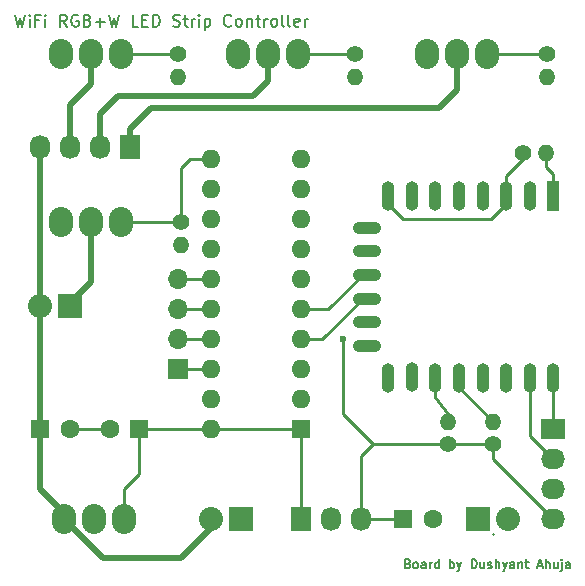
<source format=gbr>
G04 #@! TF.FileFunction,Copper,L1,Top,Signal*
%FSLAX46Y46*%
G04 Gerber Fmt 4.6, Leading zero omitted, Abs format (unit mm)*
G04 Created by KiCad (PCBNEW 4.0.5) date 02/10/17 18:57:08*
%MOMM*%
%LPD*%
G01*
G04 APERTURE LIST*
%ADD10C,0.100000*%
%ADD11C,0.150000*%
%ADD12C,0.200000*%
%ADD13R,1.600000X1.600000*%
%ADD14C,1.600000*%
%ADD15R,1.100000X2.500000*%
%ADD16O,1.100000X2.500000*%
%ADD17O,2.400000X1.100000*%
%ADD18O,2.032000X2.540000*%
%ADD19R,1.700000X1.700000*%
%ADD20O,1.700000X1.700000*%
%ADD21C,1.400000*%
%ADD22O,1.400000X1.400000*%
%ADD23R,2.032000X1.727200*%
%ADD24O,2.032000X1.727200*%
%ADD25R,1.727200X2.032000*%
%ADD26O,1.727200X2.032000*%
%ADD27R,2.032000X2.032000*%
%ADD28O,2.032000X2.032000*%
%ADD29O,1.600000X1.600000*%
%ADD30C,0.600000*%
%ADD31C,0.250000*%
%ADD32C,0.500000*%
G04 APERTURE END LIST*
D10*
D11*
X110869858Y-112976429D02*
X110977001Y-113012143D01*
X111012716Y-113047857D01*
X111048430Y-113119286D01*
X111048430Y-113226429D01*
X111012716Y-113297857D01*
X110977001Y-113333571D01*
X110905573Y-113369286D01*
X110619858Y-113369286D01*
X110619858Y-112619286D01*
X110869858Y-112619286D01*
X110941287Y-112655000D01*
X110977001Y-112690714D01*
X111012716Y-112762143D01*
X111012716Y-112833571D01*
X110977001Y-112905000D01*
X110941287Y-112940714D01*
X110869858Y-112976429D01*
X110619858Y-112976429D01*
X111477001Y-113369286D02*
X111405573Y-113333571D01*
X111369858Y-113297857D01*
X111334144Y-113226429D01*
X111334144Y-113012143D01*
X111369858Y-112940714D01*
X111405573Y-112905000D01*
X111477001Y-112869286D01*
X111584144Y-112869286D01*
X111655573Y-112905000D01*
X111691287Y-112940714D01*
X111727001Y-113012143D01*
X111727001Y-113226429D01*
X111691287Y-113297857D01*
X111655573Y-113333571D01*
X111584144Y-113369286D01*
X111477001Y-113369286D01*
X112369858Y-113369286D02*
X112369858Y-112976429D01*
X112334144Y-112905000D01*
X112262715Y-112869286D01*
X112119858Y-112869286D01*
X112048429Y-112905000D01*
X112369858Y-113333571D02*
X112298429Y-113369286D01*
X112119858Y-113369286D01*
X112048429Y-113333571D01*
X112012715Y-113262143D01*
X112012715Y-113190714D01*
X112048429Y-113119286D01*
X112119858Y-113083571D01*
X112298429Y-113083571D01*
X112369858Y-113047857D01*
X112727000Y-113369286D02*
X112727000Y-112869286D01*
X112727000Y-113012143D02*
X112762715Y-112940714D01*
X112798429Y-112905000D01*
X112869858Y-112869286D01*
X112941286Y-112869286D01*
X113512715Y-113369286D02*
X113512715Y-112619286D01*
X113512715Y-113333571D02*
X113441286Y-113369286D01*
X113298429Y-113369286D01*
X113227001Y-113333571D01*
X113191286Y-113297857D01*
X113155572Y-113226429D01*
X113155572Y-113012143D01*
X113191286Y-112940714D01*
X113227001Y-112905000D01*
X113298429Y-112869286D01*
X113441286Y-112869286D01*
X113512715Y-112905000D01*
X114441286Y-113369286D02*
X114441286Y-112619286D01*
X114441286Y-112905000D02*
X114512715Y-112869286D01*
X114655572Y-112869286D01*
X114727001Y-112905000D01*
X114762715Y-112940714D01*
X114798429Y-113012143D01*
X114798429Y-113226429D01*
X114762715Y-113297857D01*
X114727001Y-113333571D01*
X114655572Y-113369286D01*
X114512715Y-113369286D01*
X114441286Y-113333571D01*
X115048429Y-112869286D02*
X115227000Y-113369286D01*
X115405572Y-112869286D02*
X115227000Y-113369286D01*
X115155572Y-113547857D01*
X115119857Y-113583571D01*
X115048429Y-113619286D01*
X116262715Y-113369286D02*
X116262715Y-112619286D01*
X116441287Y-112619286D01*
X116548430Y-112655000D01*
X116619858Y-112726429D01*
X116655573Y-112797857D01*
X116691287Y-112940714D01*
X116691287Y-113047857D01*
X116655573Y-113190714D01*
X116619858Y-113262143D01*
X116548430Y-113333571D01*
X116441287Y-113369286D01*
X116262715Y-113369286D01*
X117334144Y-112869286D02*
X117334144Y-113369286D01*
X117012715Y-112869286D02*
X117012715Y-113262143D01*
X117048430Y-113333571D01*
X117119858Y-113369286D01*
X117227001Y-113369286D01*
X117298430Y-113333571D01*
X117334144Y-113297857D01*
X117655572Y-113333571D02*
X117727001Y-113369286D01*
X117869858Y-113369286D01*
X117941286Y-113333571D01*
X117977001Y-113262143D01*
X117977001Y-113226429D01*
X117941286Y-113155000D01*
X117869858Y-113119286D01*
X117762715Y-113119286D01*
X117691286Y-113083571D01*
X117655572Y-113012143D01*
X117655572Y-112976429D01*
X117691286Y-112905000D01*
X117762715Y-112869286D01*
X117869858Y-112869286D01*
X117941286Y-112905000D01*
X118298429Y-113369286D02*
X118298429Y-112619286D01*
X118619858Y-113369286D02*
X118619858Y-112976429D01*
X118584144Y-112905000D01*
X118512715Y-112869286D01*
X118405572Y-112869286D01*
X118334144Y-112905000D01*
X118298429Y-112940714D01*
X118905572Y-112869286D02*
X119084143Y-113369286D01*
X119262715Y-112869286D02*
X119084143Y-113369286D01*
X119012715Y-113547857D01*
X118977000Y-113583571D01*
X118905572Y-113619286D01*
X119869858Y-113369286D02*
X119869858Y-112976429D01*
X119834144Y-112905000D01*
X119762715Y-112869286D01*
X119619858Y-112869286D01*
X119548429Y-112905000D01*
X119869858Y-113333571D02*
X119798429Y-113369286D01*
X119619858Y-113369286D01*
X119548429Y-113333571D01*
X119512715Y-113262143D01*
X119512715Y-113190714D01*
X119548429Y-113119286D01*
X119619858Y-113083571D01*
X119798429Y-113083571D01*
X119869858Y-113047857D01*
X120227000Y-112869286D02*
X120227000Y-113369286D01*
X120227000Y-112940714D02*
X120262715Y-112905000D01*
X120334143Y-112869286D01*
X120441286Y-112869286D01*
X120512715Y-112905000D01*
X120548429Y-112976429D01*
X120548429Y-113369286D01*
X120798429Y-112869286D02*
X121084143Y-112869286D01*
X120905571Y-112619286D02*
X120905571Y-113262143D01*
X120941286Y-113333571D01*
X121012714Y-113369286D01*
X121084143Y-113369286D01*
X121869857Y-113155000D02*
X122227000Y-113155000D01*
X121798429Y-113369286D02*
X122048429Y-112619286D01*
X122298429Y-113369286D01*
X122548428Y-113369286D02*
X122548428Y-112619286D01*
X122869857Y-113369286D02*
X122869857Y-112976429D01*
X122834143Y-112905000D01*
X122762714Y-112869286D01*
X122655571Y-112869286D01*
X122584143Y-112905000D01*
X122548428Y-112940714D01*
X123548428Y-112869286D02*
X123548428Y-113369286D01*
X123226999Y-112869286D02*
X123226999Y-113262143D01*
X123262714Y-113333571D01*
X123334142Y-113369286D01*
X123441285Y-113369286D01*
X123512714Y-113333571D01*
X123548428Y-113297857D01*
X123905570Y-112869286D02*
X123905570Y-113512143D01*
X123869856Y-113583571D01*
X123798428Y-113619286D01*
X123762713Y-113619286D01*
X123905570Y-112619286D02*
X123869856Y-112655000D01*
X123905570Y-112690714D01*
X123941285Y-112655000D01*
X123905570Y-112619286D01*
X123905570Y-112690714D01*
X124584142Y-113369286D02*
X124584142Y-112976429D01*
X124548428Y-112905000D01*
X124476999Y-112869286D01*
X124334142Y-112869286D01*
X124262713Y-112905000D01*
X124584142Y-113333571D02*
X124512713Y-113369286D01*
X124334142Y-113369286D01*
X124262713Y-113333571D01*
X124226999Y-113262143D01*
X124226999Y-113190714D01*
X124262713Y-113119286D01*
X124334142Y-113083571D01*
X124512713Y-113083571D01*
X124584142Y-113047857D01*
D12*
X77612857Y-66508381D02*
X77850952Y-67508381D01*
X78041429Y-66794095D01*
X78231905Y-67508381D01*
X78470000Y-66508381D01*
X78850952Y-67508381D02*
X78850952Y-66841714D01*
X78850952Y-66508381D02*
X78803333Y-66556000D01*
X78850952Y-66603619D01*
X78898571Y-66556000D01*
X78850952Y-66508381D01*
X78850952Y-66603619D01*
X79660476Y-66984571D02*
X79327142Y-66984571D01*
X79327142Y-67508381D02*
X79327142Y-66508381D01*
X79803333Y-66508381D01*
X80184285Y-67508381D02*
X80184285Y-66841714D01*
X80184285Y-66508381D02*
X80136666Y-66556000D01*
X80184285Y-66603619D01*
X80231904Y-66556000D01*
X80184285Y-66508381D01*
X80184285Y-66603619D01*
X81993809Y-67508381D02*
X81660475Y-67032190D01*
X81422380Y-67508381D02*
X81422380Y-66508381D01*
X81803333Y-66508381D01*
X81898571Y-66556000D01*
X81946190Y-66603619D01*
X81993809Y-66698857D01*
X81993809Y-66841714D01*
X81946190Y-66936952D01*
X81898571Y-66984571D01*
X81803333Y-67032190D01*
X81422380Y-67032190D01*
X82946190Y-66556000D02*
X82850952Y-66508381D01*
X82708095Y-66508381D01*
X82565237Y-66556000D01*
X82469999Y-66651238D01*
X82422380Y-66746476D01*
X82374761Y-66936952D01*
X82374761Y-67079810D01*
X82422380Y-67270286D01*
X82469999Y-67365524D01*
X82565237Y-67460762D01*
X82708095Y-67508381D01*
X82803333Y-67508381D01*
X82946190Y-67460762D01*
X82993809Y-67413143D01*
X82993809Y-67079810D01*
X82803333Y-67079810D01*
X83755714Y-66984571D02*
X83898571Y-67032190D01*
X83946190Y-67079810D01*
X83993809Y-67175048D01*
X83993809Y-67317905D01*
X83946190Y-67413143D01*
X83898571Y-67460762D01*
X83803333Y-67508381D01*
X83422380Y-67508381D01*
X83422380Y-66508381D01*
X83755714Y-66508381D01*
X83850952Y-66556000D01*
X83898571Y-66603619D01*
X83946190Y-66698857D01*
X83946190Y-66794095D01*
X83898571Y-66889333D01*
X83850952Y-66936952D01*
X83755714Y-66984571D01*
X83422380Y-66984571D01*
X84422380Y-67127429D02*
X85184285Y-67127429D01*
X84803333Y-67508381D02*
X84803333Y-66746476D01*
X85565237Y-66508381D02*
X85803332Y-67508381D01*
X85993809Y-66794095D01*
X86184285Y-67508381D01*
X86422380Y-66508381D01*
X88041428Y-67508381D02*
X87565237Y-67508381D01*
X87565237Y-66508381D01*
X88374761Y-66984571D02*
X88708095Y-66984571D01*
X88850952Y-67508381D02*
X88374761Y-67508381D01*
X88374761Y-66508381D01*
X88850952Y-66508381D01*
X89279523Y-67508381D02*
X89279523Y-66508381D01*
X89517618Y-66508381D01*
X89660476Y-66556000D01*
X89755714Y-66651238D01*
X89803333Y-66746476D01*
X89850952Y-66936952D01*
X89850952Y-67079810D01*
X89803333Y-67270286D01*
X89755714Y-67365524D01*
X89660476Y-67460762D01*
X89517618Y-67508381D01*
X89279523Y-67508381D01*
X90993809Y-67460762D02*
X91136666Y-67508381D01*
X91374762Y-67508381D01*
X91470000Y-67460762D01*
X91517619Y-67413143D01*
X91565238Y-67317905D01*
X91565238Y-67222667D01*
X91517619Y-67127429D01*
X91470000Y-67079810D01*
X91374762Y-67032190D01*
X91184285Y-66984571D01*
X91089047Y-66936952D01*
X91041428Y-66889333D01*
X90993809Y-66794095D01*
X90993809Y-66698857D01*
X91041428Y-66603619D01*
X91089047Y-66556000D01*
X91184285Y-66508381D01*
X91422381Y-66508381D01*
X91565238Y-66556000D01*
X91850952Y-66841714D02*
X92231904Y-66841714D01*
X91993809Y-66508381D02*
X91993809Y-67365524D01*
X92041428Y-67460762D01*
X92136666Y-67508381D01*
X92231904Y-67508381D01*
X92565238Y-67508381D02*
X92565238Y-66841714D01*
X92565238Y-67032190D02*
X92612857Y-66936952D01*
X92660476Y-66889333D01*
X92755714Y-66841714D01*
X92850953Y-66841714D01*
X93184286Y-67508381D02*
X93184286Y-66841714D01*
X93184286Y-66508381D02*
X93136667Y-66556000D01*
X93184286Y-66603619D01*
X93231905Y-66556000D01*
X93184286Y-66508381D01*
X93184286Y-66603619D01*
X93660476Y-66841714D02*
X93660476Y-67841714D01*
X93660476Y-66889333D02*
X93755714Y-66841714D01*
X93946191Y-66841714D01*
X94041429Y-66889333D01*
X94089048Y-66936952D01*
X94136667Y-67032190D01*
X94136667Y-67317905D01*
X94089048Y-67413143D01*
X94041429Y-67460762D01*
X93946191Y-67508381D01*
X93755714Y-67508381D01*
X93660476Y-67460762D01*
X95898572Y-67413143D02*
X95850953Y-67460762D01*
X95708096Y-67508381D01*
X95612858Y-67508381D01*
X95470000Y-67460762D01*
X95374762Y-67365524D01*
X95327143Y-67270286D01*
X95279524Y-67079810D01*
X95279524Y-66936952D01*
X95327143Y-66746476D01*
X95374762Y-66651238D01*
X95470000Y-66556000D01*
X95612858Y-66508381D01*
X95708096Y-66508381D01*
X95850953Y-66556000D01*
X95898572Y-66603619D01*
X96470000Y-67508381D02*
X96374762Y-67460762D01*
X96327143Y-67413143D01*
X96279524Y-67317905D01*
X96279524Y-67032190D01*
X96327143Y-66936952D01*
X96374762Y-66889333D01*
X96470000Y-66841714D01*
X96612858Y-66841714D01*
X96708096Y-66889333D01*
X96755715Y-66936952D01*
X96803334Y-67032190D01*
X96803334Y-67317905D01*
X96755715Y-67413143D01*
X96708096Y-67460762D01*
X96612858Y-67508381D01*
X96470000Y-67508381D01*
X97231905Y-66841714D02*
X97231905Y-67508381D01*
X97231905Y-66936952D02*
X97279524Y-66889333D01*
X97374762Y-66841714D01*
X97517620Y-66841714D01*
X97612858Y-66889333D01*
X97660477Y-66984571D01*
X97660477Y-67508381D01*
X97993810Y-66841714D02*
X98374762Y-66841714D01*
X98136667Y-66508381D02*
X98136667Y-67365524D01*
X98184286Y-67460762D01*
X98279524Y-67508381D01*
X98374762Y-67508381D01*
X98708096Y-67508381D02*
X98708096Y-66841714D01*
X98708096Y-67032190D02*
X98755715Y-66936952D01*
X98803334Y-66889333D01*
X98898572Y-66841714D01*
X98993811Y-66841714D01*
X99470001Y-67508381D02*
X99374763Y-67460762D01*
X99327144Y-67413143D01*
X99279525Y-67317905D01*
X99279525Y-67032190D01*
X99327144Y-66936952D01*
X99374763Y-66889333D01*
X99470001Y-66841714D01*
X99612859Y-66841714D01*
X99708097Y-66889333D01*
X99755716Y-66936952D01*
X99803335Y-67032190D01*
X99803335Y-67317905D01*
X99755716Y-67413143D01*
X99708097Y-67460762D01*
X99612859Y-67508381D01*
X99470001Y-67508381D01*
X100374763Y-67508381D02*
X100279525Y-67460762D01*
X100231906Y-67365524D01*
X100231906Y-66508381D01*
X100898573Y-67508381D02*
X100803335Y-67460762D01*
X100755716Y-67365524D01*
X100755716Y-66508381D01*
X101660479Y-67460762D02*
X101565241Y-67508381D01*
X101374764Y-67508381D01*
X101279526Y-67460762D01*
X101231907Y-67365524D01*
X101231907Y-66984571D01*
X101279526Y-66889333D01*
X101374764Y-66841714D01*
X101565241Y-66841714D01*
X101660479Y-66889333D01*
X101708098Y-66984571D01*
X101708098Y-67079810D01*
X101231907Y-67175048D01*
X102136669Y-67508381D02*
X102136669Y-66841714D01*
X102136669Y-67032190D02*
X102184288Y-66936952D01*
X102231907Y-66889333D01*
X102327145Y-66841714D01*
X102422384Y-66841714D01*
D13*
X110490000Y-109220000D03*
D14*
X112990000Y-109220000D03*
D15*
X123190000Y-81850000D03*
D16*
X121190000Y-81850000D03*
X119190000Y-81850000D03*
X117190000Y-81850000D03*
X115190000Y-81850000D03*
X113190000Y-81850000D03*
X111190000Y-81850000D03*
X109190000Y-81850000D03*
X109190000Y-97250000D03*
X111190000Y-97150000D03*
X113190000Y-97250000D03*
X115190000Y-97250000D03*
X117190000Y-97250000D03*
X119190000Y-97250000D03*
X121190000Y-97250000D03*
X123190000Y-97250000D03*
D17*
X107440000Y-84540000D03*
X107440000Y-86540000D03*
X107440000Y-88540000D03*
X107440000Y-90540000D03*
X107440000Y-92540000D03*
X107440000Y-94540000D03*
D18*
X99060000Y-69850000D03*
X96520000Y-69850000D03*
X101600000Y-69850000D03*
X84074000Y-84074000D03*
X81534000Y-84074000D03*
X86614000Y-84074000D03*
X115062000Y-69850000D03*
X112522000Y-69850000D03*
X117602000Y-69850000D03*
D19*
X91440000Y-96520000D03*
D20*
X91440000Y-93980000D03*
X91440000Y-91440000D03*
X91440000Y-88900000D03*
D21*
X122682000Y-69850000D03*
D22*
X122682000Y-71750000D03*
D21*
X106426000Y-69850000D03*
D22*
X106426000Y-71750000D03*
D21*
X91440000Y-69850000D03*
D22*
X91440000Y-71750000D03*
D21*
X91694000Y-84074000D03*
D22*
X91694000Y-85974000D03*
D23*
X123190000Y-101600000D03*
D24*
X123190000Y-104140000D03*
X123190000Y-106680000D03*
X123190000Y-109220000D03*
D25*
X87376000Y-77724000D03*
D26*
X84836000Y-77724000D03*
X82296000Y-77724000D03*
X79756000Y-77724000D03*
D27*
X82296000Y-91186000D03*
D28*
X79756000Y-91186000D03*
D21*
X118110000Y-102870000D03*
D22*
X118110000Y-100970000D03*
D21*
X120650000Y-78232000D03*
D22*
X122550000Y-78232000D03*
D18*
X84074000Y-69850000D03*
X81534000Y-69850000D03*
X86614000Y-69850000D03*
D13*
X101854000Y-101600000D03*
D29*
X94234000Y-78740000D03*
X101854000Y-99060000D03*
X94234000Y-81280000D03*
X101854000Y-96520000D03*
X94234000Y-83820000D03*
X101854000Y-93980000D03*
X94234000Y-86360000D03*
X101854000Y-91440000D03*
X94234000Y-88900000D03*
X101854000Y-88900000D03*
X94234000Y-91440000D03*
X101854000Y-86360000D03*
X94234000Y-93980000D03*
X101854000Y-83820000D03*
X94234000Y-96520000D03*
X101854000Y-81280000D03*
X94234000Y-99060000D03*
X101854000Y-78740000D03*
X94234000Y-101600000D03*
D27*
X96774000Y-109220000D03*
D28*
X94234000Y-109220000D03*
D27*
X116840000Y-109220000D03*
D28*
X119380000Y-109220000D03*
D25*
X101854000Y-109220000D03*
D26*
X104394000Y-109220000D03*
X106934000Y-109220000D03*
D21*
X114300000Y-102870000D03*
D22*
X114300000Y-100970000D03*
D18*
X84328000Y-109220000D03*
X86868000Y-109220000D03*
X81788000Y-109220000D03*
D13*
X79756000Y-101600000D03*
D14*
X82256000Y-101600000D03*
D13*
X88138000Y-101600000D03*
D14*
X85638000Y-101600000D03*
D30*
X105410000Y-93980000D03*
D31*
X118110000Y-110490000D02*
X118110000Y-110490000D01*
D32*
X82296000Y-91186000D02*
X82296000Y-90932000D01*
X82296000Y-90932000D02*
X84074000Y-89154000D01*
X84074000Y-89154000D02*
X84074000Y-84074000D01*
D31*
X86614000Y-84074000D02*
X91694000Y-84074000D01*
X94234000Y-78740000D02*
X92456000Y-78740000D01*
X91694000Y-79502000D02*
X91694000Y-84074000D01*
X92456000Y-78740000D02*
X91694000Y-79502000D01*
D32*
X82296000Y-77724000D02*
X82296000Y-74168000D01*
X84074000Y-72390000D02*
X84074000Y-69850000D01*
X82296000Y-74168000D02*
X84074000Y-72390000D01*
D31*
X86614000Y-69850000D02*
X91440000Y-69850000D01*
D32*
X84836000Y-77724000D02*
X84836000Y-74930000D01*
X99060000Y-72136000D02*
X99060000Y-69850000D01*
X97790000Y-73406000D02*
X99060000Y-72136000D01*
X86360000Y-73406000D02*
X97790000Y-73406000D01*
X84836000Y-74930000D02*
X86360000Y-73406000D01*
D31*
X106426000Y-69850000D02*
X101600000Y-69850000D01*
D32*
X87376000Y-77724000D02*
X87376000Y-76200000D01*
X115062000Y-72898000D02*
X115062000Y-69850000D01*
X113538000Y-74422000D02*
X115062000Y-72898000D01*
X89154000Y-74422000D02*
X113538000Y-74422000D01*
X87376000Y-76200000D02*
X89154000Y-74422000D01*
X115062000Y-69850000D02*
X115062000Y-70104000D01*
D31*
X122682000Y-69850000D02*
X117602000Y-69850000D01*
X123190000Y-82550000D02*
X123190000Y-80010000D01*
X122550000Y-79370000D02*
X122550000Y-78232000D01*
X123190000Y-80010000D02*
X122550000Y-79370000D01*
X106934000Y-109220000D02*
X106934000Y-104394000D01*
X106934000Y-103886000D02*
X107950000Y-102870000D01*
X106934000Y-104140000D02*
X106934000Y-103886000D01*
X106934000Y-104394000D02*
X106934000Y-104140000D01*
X123190000Y-109220000D02*
X118110000Y-104140000D01*
X118110000Y-104140000D02*
X118110000Y-102870000D01*
X107950000Y-102870000D02*
X105410000Y-100330000D01*
X105410000Y-100330000D02*
X105410000Y-93980000D01*
X109190000Y-82550000D02*
X109220000Y-82550000D01*
X109220000Y-82550000D02*
X110490000Y-83820000D01*
X117920000Y-83820000D02*
X119190000Y-82550000D01*
X110490000Y-83820000D02*
X117920000Y-83820000D01*
X110490000Y-109220000D02*
X106934000Y-109220000D01*
X114300000Y-102870000D02*
X118110000Y-102870000D01*
X107950000Y-102870000D02*
X114300000Y-102870000D01*
X119190000Y-82550000D02*
X119190000Y-80200000D01*
X120650000Y-78740000D02*
X120650000Y-78232000D01*
X119190000Y-80200000D02*
X120650000Y-78740000D01*
X120620000Y-78262000D02*
X120650000Y-78232000D01*
X114300000Y-100970000D02*
X114300000Y-100330000D01*
X114300000Y-100330000D02*
X113190000Y-98900000D01*
X113190000Y-98900000D02*
X113190000Y-96550000D01*
X114460000Y-100810000D02*
X114300000Y-100970000D01*
X121190000Y-96550000D02*
X121190000Y-102140000D01*
X121190000Y-102140000D02*
X123190000Y-104140000D01*
X121190000Y-96550000D02*
X121190000Y-98330000D01*
X123190000Y-96550000D02*
X123190000Y-101600000D01*
X123190000Y-97790000D02*
X123190000Y-96550000D01*
X88138000Y-101600000D02*
X88138000Y-105410000D01*
X86868000Y-106680000D02*
X86868000Y-109220000D01*
X88138000Y-105410000D02*
X86868000Y-106680000D01*
X88138000Y-101600000D02*
X94234000Y-101600000D01*
X101854000Y-109220000D02*
X101854000Y-101600000D01*
X94234000Y-101600000D02*
X101854000Y-101600000D01*
D32*
X79756000Y-101600000D02*
X79756000Y-91186000D01*
X79756000Y-91186000D02*
X79756000Y-77724000D01*
X81788000Y-109220000D02*
X81788000Y-108712000D01*
X81788000Y-108712000D02*
X79756000Y-106680000D01*
X79756000Y-106680000D02*
X79756000Y-101600000D01*
X94234000Y-109220000D02*
X94234000Y-109982000D01*
X94234000Y-109982000D02*
X91694000Y-112522000D01*
X91694000Y-112522000D02*
X85090000Y-112522000D01*
X85090000Y-112522000D02*
X81788000Y-109220000D01*
X81280000Y-109728000D02*
X81788000Y-109220000D01*
D31*
X94234000Y-96520000D02*
X91440000Y-96520000D01*
X94234000Y-93980000D02*
X91440000Y-93980000D01*
X115190000Y-96550000D02*
X115190000Y-98050000D01*
X115190000Y-98050000D02*
X118110000Y-100970000D01*
X114930000Y-96810000D02*
X115190000Y-96550000D01*
X107440000Y-90540000D02*
X107050000Y-90540000D01*
X101854000Y-93980000D02*
X101854000Y-93980000D01*
X103610000Y-93980000D02*
X101854000Y-93980000D01*
X107050000Y-90540000D02*
X103610000Y-93980000D01*
X107440000Y-88540000D02*
X107040000Y-88540000D01*
X104140000Y-91440000D02*
X101854000Y-91440000D01*
X107040000Y-88540000D02*
X104140000Y-91440000D01*
X94234000Y-91440000D02*
X91440000Y-91440000D01*
X94234000Y-88900000D02*
X91440000Y-88900000D01*
X82256000Y-101600000D02*
X85638000Y-101600000D01*
M02*

</source>
